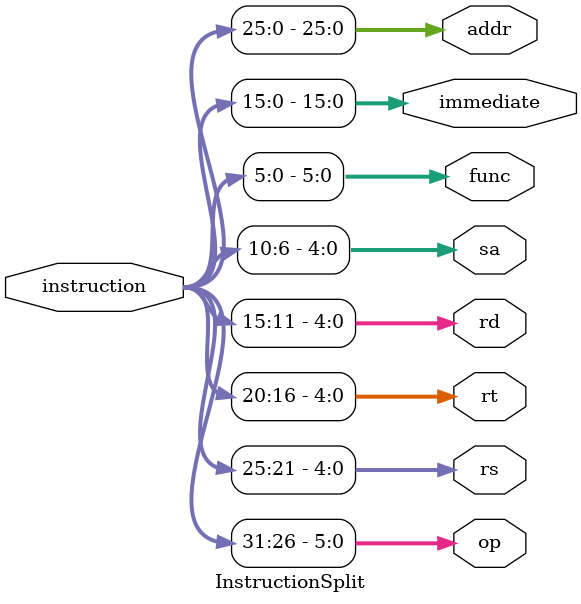
<source format=v>
`timescale 1ns / 1ps
module InstructionSplit(
        input [31:0] instruction,//指令
        output reg[5:0] op,//操作码
        output reg[4:0] rs,//第一源寄存器
        output reg[4:0] rt,//第二源寄存器
        output reg[4:0] rd,//目标寄存器
        output reg[4:0] sa,//移位指令，移位量
        output reg[5:0] func,
        output reg[15:0] immediate,//立即数
        output reg[25:0] addr//地址
    );
    initial begin
        op = 6'b00000;
        rs = 5'b00000;
        rt = 5'b00000;
        rd = 5'b00000;
        func = 6'b000000;
    end
    
    always@(instruction) 
    begin
        op <= instruction[31:26];
        rs <= instruction[25:21];
        rt <= instruction[20:16];
        rd <= instruction[15:11];
        sa <= instruction[10:6];
        func <= instruction[5:0];
        immediate <= instruction[15:0];
        addr <= instruction[25:0];
    end

endmodule

</source>
